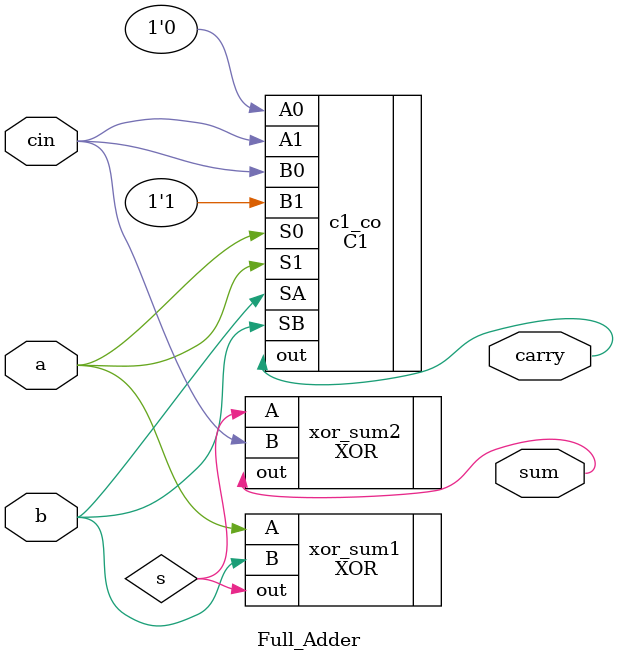
<source format=v>
module Full_Adder(
    input wire a,
    input wire b,
    input wire cin,
    output wire sum,
    output wire carry
);
    wire s;
    XOR xor_sum1(.A(a),.B(b), .out(s));
    XOR xor_sum2(.A(s),.B(cin), .out(sum));
    C1 c1_co(.A0(1'b0),.A1(cin),.SA(b),.B0(cin),.B1(1'b1),.SB(b),.S0(a),.S1(a),.out(carry));
endmodule
</source>
